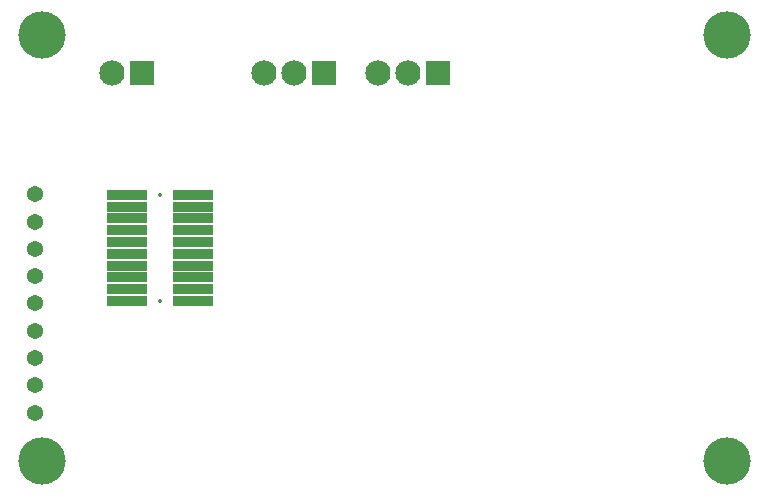
<source format=gbs>
G04*
G04 #@! TF.GenerationSoftware,Altium Limited,Altium Designer,18.1.7 (191)*
G04*
G04 Layer_Color=16711935*
%FSLAX25Y25*%
%MOIN*%
G70*
G01*
G75*
%ADD50C,0.05400*%
%ADD51C,0.01400*%
%ADD52C,0.08400*%
%ADD53R,0.08400X0.08400*%
%ADD54R,0.08400X0.08400*%
%ADD55C,0.15748*%
%ADD63R,0.13211X0.03802*%
D50*
X8661Y103445D02*
D03*
Y85236D02*
D03*
Y67027D02*
D03*
Y76132D02*
D03*
Y48819D02*
D03*
Y94340D02*
D03*
Y57923D02*
D03*
Y39715D02*
D03*
Y30610D02*
D03*
D51*
X50197Y103248D02*
D03*
Y67815D02*
D03*
D52*
X84784Y143996D02*
D03*
X94784D02*
D03*
X132776D02*
D03*
X122776D02*
D03*
X34075D02*
D03*
D53*
X104783D02*
D03*
X142776D02*
D03*
D54*
X44075D02*
D03*
D55*
X10827Y156398D02*
D03*
Y14665D02*
D03*
X239173D02*
D03*
Y156398D02*
D03*
D63*
X61221Y103248D02*
D03*
Y99311D02*
D03*
Y95374D02*
D03*
Y91437D02*
D03*
Y87500D02*
D03*
Y83563D02*
D03*
Y79626D02*
D03*
Y75689D02*
D03*
Y71752D02*
D03*
Y67815D02*
D03*
X39173D02*
D03*
Y71752D02*
D03*
Y75689D02*
D03*
Y79626D02*
D03*
Y83563D02*
D03*
Y87500D02*
D03*
Y91437D02*
D03*
Y95374D02*
D03*
Y99311D02*
D03*
Y103248D02*
D03*
M02*

</source>
